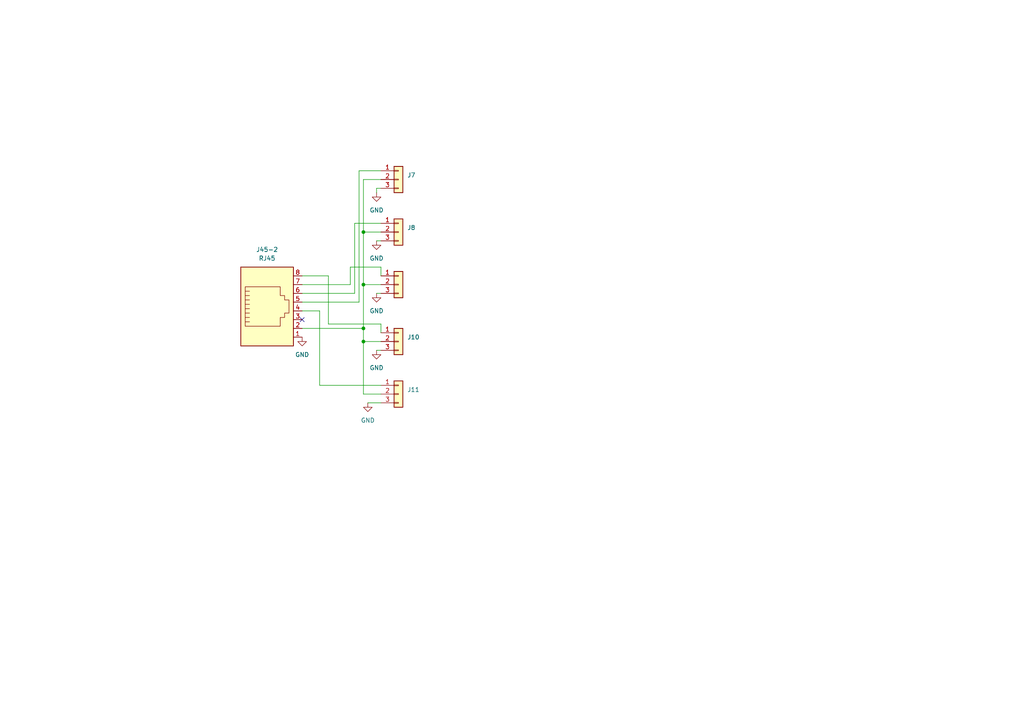
<source format=kicad_sch>
(kicad_sch
	(version 20231120)
	(generator "eeschema")
	(generator_version "8.0")
	(uuid "d772f626-7c6c-4d13-a159-56170858b2ad")
	(paper "A4")
	(lib_symbols
		(symbol "Connector:RJ45"
			(pin_names
				(offset 1.016)
			)
			(exclude_from_sim no)
			(in_bom yes)
			(on_board yes)
			(property "Reference" "J"
				(at -5.08 13.97 0)
				(effects
					(font
						(size 1.27 1.27)
					)
					(justify right)
				)
			)
			(property "Value" "RJ45"
				(at 2.54 13.97 0)
				(effects
					(font
						(size 1.27 1.27)
					)
					(justify left)
				)
			)
			(property "Footprint" ""
				(at 0 0.635 90)
				(effects
					(font
						(size 1.27 1.27)
					)
					(hide yes)
				)
			)
			(property "Datasheet" "~"
				(at 0 0.635 90)
				(effects
					(font
						(size 1.27 1.27)
					)
					(hide yes)
				)
			)
			(property "Description" "RJ connector, 8P8C (8 positions 8 connected)"
				(at 0 0 0)
				(effects
					(font
						(size 1.27 1.27)
					)
					(hide yes)
				)
			)
			(property "ki_keywords" "8P8C RJ socket connector"
				(at 0 0 0)
				(effects
					(font
						(size 1.27 1.27)
					)
					(hide yes)
				)
			)
			(property "ki_fp_filters" "8P8C* RJ31* RJ32* RJ33* RJ34* RJ35* RJ41* RJ45* RJ49* RJ61*"
				(at 0 0 0)
				(effects
					(font
						(size 1.27 1.27)
					)
					(hide yes)
				)
			)
			(symbol "RJ45_0_1"
				(polyline
					(pts
						(xy -5.08 4.445) (xy -6.35 4.445)
					)
					(stroke
						(width 0)
						(type default)
					)
					(fill
						(type none)
					)
				)
				(polyline
					(pts
						(xy -5.08 5.715) (xy -6.35 5.715)
					)
					(stroke
						(width 0)
						(type default)
					)
					(fill
						(type none)
					)
				)
				(polyline
					(pts
						(xy -6.35 -3.175) (xy -5.08 -3.175) (xy -5.08 -3.175)
					)
					(stroke
						(width 0)
						(type default)
					)
					(fill
						(type none)
					)
				)
				(polyline
					(pts
						(xy -6.35 -1.905) (xy -5.08 -1.905) (xy -5.08 -1.905)
					)
					(stroke
						(width 0)
						(type default)
					)
					(fill
						(type none)
					)
				)
				(polyline
					(pts
						(xy -6.35 -0.635) (xy -5.08 -0.635) (xy -5.08 -0.635)
					)
					(stroke
						(width 0)
						(type default)
					)
					(fill
						(type none)
					)
				)
				(polyline
					(pts
						(xy -6.35 0.635) (xy -5.08 0.635) (xy -5.08 0.635)
					)
					(stroke
						(width 0)
						(type default)
					)
					(fill
						(type none)
					)
				)
				(polyline
					(pts
						(xy -6.35 1.905) (xy -5.08 1.905) (xy -5.08 1.905)
					)
					(stroke
						(width 0)
						(type default)
					)
					(fill
						(type none)
					)
				)
				(polyline
					(pts
						(xy -5.08 3.175) (xy -6.35 3.175) (xy -6.35 3.175)
					)
					(stroke
						(width 0)
						(type default)
					)
					(fill
						(type none)
					)
				)
				(polyline
					(pts
						(xy -6.35 -4.445) (xy -6.35 6.985) (xy 3.81 6.985) (xy 3.81 4.445) (xy 5.08 4.445) (xy 5.08 3.175)
						(xy 6.35 3.175) (xy 6.35 -0.635) (xy 5.08 -0.635) (xy 5.08 -1.905) (xy 3.81 -1.905) (xy 3.81 -4.445)
						(xy -6.35 -4.445) (xy -6.35 -4.445)
					)
					(stroke
						(width 0)
						(type default)
					)
					(fill
						(type none)
					)
				)
				(rectangle
					(start 7.62 12.7)
					(end -7.62 -10.16)
					(stroke
						(width 0.254)
						(type default)
					)
					(fill
						(type background)
					)
				)
			)
			(symbol "RJ45_1_1"
				(pin passive line
					(at 10.16 -7.62 180)
					(length 2.54)
					(name "~"
						(effects
							(font
								(size 1.27 1.27)
							)
						)
					)
					(number "1"
						(effects
							(font
								(size 1.27 1.27)
							)
						)
					)
				)
				(pin passive line
					(at 10.16 -5.08 180)
					(length 2.54)
					(name "~"
						(effects
							(font
								(size 1.27 1.27)
							)
						)
					)
					(number "2"
						(effects
							(font
								(size 1.27 1.27)
							)
						)
					)
				)
				(pin passive line
					(at 10.16 -2.54 180)
					(length 2.54)
					(name "~"
						(effects
							(font
								(size 1.27 1.27)
							)
						)
					)
					(number "3"
						(effects
							(font
								(size 1.27 1.27)
							)
						)
					)
				)
				(pin passive line
					(at 10.16 0 180)
					(length 2.54)
					(name "~"
						(effects
							(font
								(size 1.27 1.27)
							)
						)
					)
					(number "4"
						(effects
							(font
								(size 1.27 1.27)
							)
						)
					)
				)
				(pin passive line
					(at 10.16 2.54 180)
					(length 2.54)
					(name "~"
						(effects
							(font
								(size 1.27 1.27)
							)
						)
					)
					(number "5"
						(effects
							(font
								(size 1.27 1.27)
							)
						)
					)
				)
				(pin passive line
					(at 10.16 5.08 180)
					(length 2.54)
					(name "~"
						(effects
							(font
								(size 1.27 1.27)
							)
						)
					)
					(number "6"
						(effects
							(font
								(size 1.27 1.27)
							)
						)
					)
				)
				(pin passive line
					(at 10.16 7.62 180)
					(length 2.54)
					(name "~"
						(effects
							(font
								(size 1.27 1.27)
							)
						)
					)
					(number "7"
						(effects
							(font
								(size 1.27 1.27)
							)
						)
					)
				)
				(pin passive line
					(at 10.16 10.16 180)
					(length 2.54)
					(name "~"
						(effects
							(font
								(size 1.27 1.27)
							)
						)
					)
					(number "8"
						(effects
							(font
								(size 1.27 1.27)
							)
						)
					)
				)
			)
		)
		(symbol "Connector_Generic:Conn_01x03"
			(pin_names
				(offset 1.016) hide)
			(exclude_from_sim no)
			(in_bom yes)
			(on_board yes)
			(property "Reference" "J2"
				(at 2.54 1.27 0)
				(effects
					(font
						(size 1.27 1.27)
					)
					(justify left)
				)
			)
			(property "Value" "Conn_01x03"
				(at 2.54 -1.27 0)
				(effects
					(font
						(size 1.27 1.27)
					)
					(justify left)
				)
			)
			(property "Footprint" "Connector_PinHeader_1.00mm:PinHeader_1x03_P1.00mm_Vertical"
				(at 0 0 0)
				(effects
					(font
						(size 1.27 1.27)
					)
					(hide yes)
				)
			)
			(property "Datasheet" "~"
				(at 0 0 0)
				(effects
					(font
						(size 1.27 1.27)
					)
					(hide yes)
				)
			)
			(property "Description" "Generic connector, single row, 01x03, script generated (kicad-library-utils/schlib/autogen/connector/)"
				(at 0 0 0)
				(effects
					(font
						(size 1.27 1.27)
					)
					(hide yes)
				)
			)
			(property "ki_keywords" "connector"
				(at 0 0 0)
				(effects
					(font
						(size 1.27 1.27)
					)
					(hide yes)
				)
			)
			(property "ki_fp_filters" "Connector*:*_1x??_*"
				(at 0 0 0)
				(effects
					(font
						(size 1.27 1.27)
					)
					(hide yes)
				)
			)
			(symbol "Conn_01x03_1_1"
				(rectangle
					(start -1.27 -2.413)
					(end 0 -2.667)
					(stroke
						(width 0.1524)
						(type default)
					)
					(fill
						(type none)
					)
				)
				(rectangle
					(start -1.27 0.127)
					(end 0 -0.127)
					(stroke
						(width 0.1524)
						(type default)
					)
					(fill
						(type none)
					)
				)
				(rectangle
					(start -1.27 2.667)
					(end 0 2.413)
					(stroke
						(width 0.1524)
						(type default)
					)
					(fill
						(type none)
					)
				)
				(rectangle
					(start -1.27 3.81)
					(end 1.27 -3.81)
					(stroke
						(width 0.254)
						(type default)
					)
					(fill
						(type background)
					)
				)
				(pin passive line
					(at -5.08 2.54 0)
					(length 3.81)
					(name "PWM"
						(effects
							(font
								(size 1.27 1.27)
							)
						)
					)
					(number "1"
						(effects
							(font
								(size 1.27 1.27)
							)
						)
					)
				)
				(pin passive line
					(at -5.08 0 0)
					(length 3.81)
					(name "V+"
						(effects
							(font
								(size 1.27 1.27)
							)
						)
					)
					(number "2"
						(effects
							(font
								(size 1.27 1.27)
							)
						)
					)
				)
				(pin passive line
					(at -5.08 -2.54 0)
					(length 3.81)
					(name "GND"
						(effects
							(font
								(size 1.27 1.27)
							)
						)
					)
					(number "3"
						(effects
							(font
								(size 1.27 1.27)
							)
						)
					)
				)
			)
		)
		(symbol "power:GND"
			(power)
			(pin_names
				(offset 0)
			)
			(exclude_from_sim no)
			(in_bom yes)
			(on_board yes)
			(property "Reference" "#PWR"
				(at 0 -6.35 0)
				(effects
					(font
						(size 1.27 1.27)
					)
					(hide yes)
				)
			)
			(property "Value" "GND"
				(at 0 -3.81 0)
				(effects
					(font
						(size 1.27 1.27)
					)
				)
			)
			(property "Footprint" ""
				(at 0 0 0)
				(effects
					(font
						(size 1.27 1.27)
					)
					(hide yes)
				)
			)
			(property "Datasheet" ""
				(at 0 0 0)
				(effects
					(font
						(size 1.27 1.27)
					)
					(hide yes)
				)
			)
			(property "Description" "Power symbol creates a global label with name \"GND\" , ground"
				(at 0 0 0)
				(effects
					(font
						(size 1.27 1.27)
					)
					(hide yes)
				)
			)
			(property "ki_keywords" "global power"
				(at 0 0 0)
				(effects
					(font
						(size 1.27 1.27)
					)
					(hide yes)
				)
			)
			(symbol "GND_0_1"
				(polyline
					(pts
						(xy 0 0) (xy 0 -1.27) (xy 1.27 -1.27) (xy 0 -2.54) (xy -1.27 -1.27) (xy 0 -1.27)
					)
					(stroke
						(width 0)
						(type default)
					)
					(fill
						(type none)
					)
				)
			)
			(symbol "GND_1_1"
				(pin power_in line
					(at 0 0 270)
					(length 0) hide
					(name "GND"
						(effects
							(font
								(size 1.27 1.27)
							)
						)
					)
					(number "1"
						(effects
							(font
								(size 1.27 1.27)
							)
						)
					)
				)
			)
		)
	)
	(junction
		(at 105.41 95.25)
		(diameter 0)
		(color 0 0 0 0)
		(uuid "34671460-e229-4801-a696-e169b02956be")
	)
	(junction
		(at 105.41 99.06)
		(diameter 0)
		(color 0 0 0 0)
		(uuid "444c8dca-d3bb-44e4-9844-6127856efb48")
	)
	(junction
		(at 105.41 82.55)
		(diameter 0)
		(color 0 0 0 0)
		(uuid "81049f7d-316c-488d-8f50-95ba5fad2de6")
	)
	(junction
		(at 105.41 67.31)
		(diameter 0)
		(color 0 0 0 0)
		(uuid "cdf367af-9e4c-425f-a5f0-8d823d7ab918")
	)
	(no_connect
		(at 87.63 92.71)
		(uuid "b073e3c7-7165-465d-8ebe-3cdc9729fa5a")
	)
	(wire
		(pts
			(xy 109.22 69.85) (xy 110.49 69.85)
		)
		(stroke
			(width 0)
			(type default)
		)
		(uuid "13bfacda-2e77-4bef-94fd-31a004df5997")
	)
	(wire
		(pts
			(xy 110.49 80.01) (xy 110.49 77.47)
		)
		(stroke
			(width 0)
			(type default)
		)
		(uuid "1fb5cd9b-3526-4da7-b76f-7199ada10969")
	)
	(wire
		(pts
			(xy 105.41 52.07) (xy 105.41 67.31)
		)
		(stroke
			(width 0)
			(type default)
		)
		(uuid "205b8bc3-a39f-42a0-91a0-f8f73152cc7a")
	)
	(wire
		(pts
			(xy 109.22 101.6) (xy 110.49 101.6)
		)
		(stroke
			(width 0)
			(type default)
		)
		(uuid "26411735-b7ed-4888-94d9-48add491a35d")
	)
	(wire
		(pts
			(xy 92.71 90.17) (xy 87.63 90.17)
		)
		(stroke
			(width 0)
			(type default)
		)
		(uuid "29ca3780-0d44-4af5-b49a-b0fb953b92d5")
	)
	(wire
		(pts
			(xy 110.49 64.77) (xy 102.87 64.77)
		)
		(stroke
			(width 0)
			(type default)
		)
		(uuid "2a38a2ca-56e6-4dfa-8f44-f0fd7cb6c075")
	)
	(wire
		(pts
			(xy 105.41 82.55) (xy 110.49 82.55)
		)
		(stroke
			(width 0)
			(type default)
		)
		(uuid "43c4792a-a295-49d2-bcca-43a1311f6532")
	)
	(wire
		(pts
			(xy 104.14 49.53) (xy 104.14 87.63)
		)
		(stroke
			(width 0)
			(type default)
		)
		(uuid "46477f05-e0df-4a1c-bba2-06159efdc645")
	)
	(wire
		(pts
			(xy 110.49 49.53) (xy 104.14 49.53)
		)
		(stroke
			(width 0)
			(type default)
		)
		(uuid "4831d1eb-b941-43ef-9cfc-1ca97c31ca53")
	)
	(wire
		(pts
			(xy 106.68 116.84) (xy 110.49 116.84)
		)
		(stroke
			(width 0)
			(type default)
		)
		(uuid "58229109-f8ca-4e37-b104-12c4bd97732f")
	)
	(wire
		(pts
			(xy 105.41 95.25) (xy 105.41 99.06)
		)
		(stroke
			(width 0)
			(type default)
		)
		(uuid "72166d2a-92ec-4aed-8ed9-881087100942")
	)
	(wire
		(pts
			(xy 92.71 111.76) (xy 92.71 90.17)
		)
		(stroke
			(width 0)
			(type default)
		)
		(uuid "753eeacd-b281-41b4-9432-47aaef5f1d32")
	)
	(wire
		(pts
			(xy 95.25 80.01) (xy 87.63 80.01)
		)
		(stroke
			(width 0)
			(type default)
		)
		(uuid "755ff990-8553-488f-bf58-02231ea10423")
	)
	(wire
		(pts
			(xy 105.41 67.31) (xy 110.49 67.31)
		)
		(stroke
			(width 0)
			(type default)
		)
		(uuid "76756519-a498-4ba5-b48d-f7f354cd8e62")
	)
	(wire
		(pts
			(xy 105.41 82.55) (xy 105.41 95.25)
		)
		(stroke
			(width 0)
			(type default)
		)
		(uuid "77d6a487-272c-40b9-b3f2-b079d7505042")
	)
	(wire
		(pts
			(xy 101.6 82.55) (xy 87.63 82.55)
		)
		(stroke
			(width 0)
			(type default)
		)
		(uuid "7e8e30b2-7ccd-44b4-b521-2accf8c418f9")
	)
	(wire
		(pts
			(xy 110.49 77.47) (xy 101.6 77.47)
		)
		(stroke
			(width 0)
			(type default)
		)
		(uuid "8424841f-b174-4d6a-95ac-955035fc9f0d")
	)
	(wire
		(pts
			(xy 110.49 52.07) (xy 105.41 52.07)
		)
		(stroke
			(width 0)
			(type default)
		)
		(uuid "9ee7eeca-9edc-4903-832e-232d24e91ffa")
	)
	(wire
		(pts
			(xy 105.41 99.06) (xy 105.41 114.3)
		)
		(stroke
			(width 0)
			(type default)
		)
		(uuid "a19d7c31-e760-48e9-b647-3f7b2465443e")
	)
	(wire
		(pts
			(xy 105.41 99.06) (xy 110.49 99.06)
		)
		(stroke
			(width 0)
			(type default)
		)
		(uuid "a349c43e-9751-4422-8b21-5239386f9294")
	)
	(wire
		(pts
			(xy 109.22 55.88) (xy 109.22 54.61)
		)
		(stroke
			(width 0)
			(type default)
		)
		(uuid "b0f53d02-1406-475c-b06b-42fcdbb1a972")
	)
	(wire
		(pts
			(xy 109.22 85.09) (xy 110.49 85.09)
		)
		(stroke
			(width 0)
			(type default)
		)
		(uuid "b2baac1b-d554-42a1-910c-b34ec1391422")
	)
	(wire
		(pts
			(xy 109.22 54.61) (xy 110.49 54.61)
		)
		(stroke
			(width 0)
			(type default)
		)
		(uuid "ba349e2e-26f5-4729-9a87-1a9d84226a0f")
	)
	(wire
		(pts
			(xy 104.14 87.63) (xy 87.63 87.63)
		)
		(stroke
			(width 0)
			(type default)
		)
		(uuid "ba847d60-8926-4050-b8de-855640b3d634")
	)
	(wire
		(pts
			(xy 102.87 64.77) (xy 102.87 85.09)
		)
		(stroke
			(width 0)
			(type default)
		)
		(uuid "c2136db7-f564-47f3-9b74-c332698010b0")
	)
	(wire
		(pts
			(xy 105.41 114.3) (xy 110.49 114.3)
		)
		(stroke
			(width 0)
			(type default)
		)
		(uuid "c47c1669-9f0c-4538-834c-9290fe2504aa")
	)
	(wire
		(pts
			(xy 87.63 95.25) (xy 105.41 95.25)
		)
		(stroke
			(width 0)
			(type default)
		)
		(uuid "cbb2f51e-85c8-4dd4-8180-85c75c5e554b")
	)
	(wire
		(pts
			(xy 110.49 93.98) (xy 95.25 93.98)
		)
		(stroke
			(width 0)
			(type default)
		)
		(uuid "d39b55f6-a9ec-405a-ab28-9a9615fb69d2")
	)
	(wire
		(pts
			(xy 110.49 96.52) (xy 110.49 93.98)
		)
		(stroke
			(width 0)
			(type default)
		)
		(uuid "e2a40d42-0568-4589-8974-bbc93ad847fb")
	)
	(wire
		(pts
			(xy 110.49 111.76) (xy 92.71 111.76)
		)
		(stroke
			(width 0)
			(type default)
		)
		(uuid "e5fa6098-1e6d-4de4-a3e5-58bb1bb74663")
	)
	(wire
		(pts
			(xy 105.41 67.31) (xy 105.41 82.55)
		)
		(stroke
			(width 0)
			(type default)
		)
		(uuid "e9fce073-8648-4b8e-88ce-8de641aea3d0")
	)
	(wire
		(pts
			(xy 101.6 77.47) (xy 101.6 82.55)
		)
		(stroke
			(width 0)
			(type default)
		)
		(uuid "f3f93720-db28-4330-8be4-6ed4bf2ac8f1")
	)
	(wire
		(pts
			(xy 95.25 93.98) (xy 95.25 80.01)
		)
		(stroke
			(width 0)
			(type default)
		)
		(uuid "fb585451-cafd-4835-8fdf-03d3aa5f3bf7")
	)
	(wire
		(pts
			(xy 102.87 85.09) (xy 87.63 85.09)
		)
		(stroke
			(width 0)
			(type default)
		)
		(uuid "fce57677-1ecf-49d6-9406-0afa21a42fe1")
	)
	(symbol
		(lib_id "Connector_Generic:Conn_01x03")
		(at 115.57 82.55 0)
		(unit 1)
		(exclude_from_sim no)
		(in_bom yes)
		(on_board yes)
		(dnp no)
		(fields_autoplaced yes)
		(uuid "25d22d13-36d5-405a-8e6f-8167b323046e")
		(property "Reference" "J3"
			(at 118.11 81.28 0)
			(effects
				(font
					(size 1.27 1.27)
				)
				(justify left)
				(hide yes)
			)
		)
		(property "Value" "Conn_01x03"
			(at 118.11 83.82 0)
			(effects
				(font
					(size 1.27 1.27)
				)
				(justify left)
				(hide yes)
			)
		)
		(property "Footprint" "Connector_PinHeader_1.00mm:PinHeader_1x03_P1.00mm_Vertical"
			(at 115.57 82.55 0)
			(effects
				(font
					(size 1.27 1.27)
				)
				(hide yes)
			)
		)
		(property "Datasheet" "~"
			(at 115.57 82.55 0)
			(effects
				(font
					(size 1.27 1.27)
				)
				(hide yes)
			)
		)
		(property "Description" ""
			(at 115.57 82.55 0)
			(effects
				(font
					(size 1.27 1.27)
				)
				(hide yes)
			)
		)
		(pin "1"
			(uuid "3f763883-2f34-4a65-bd45-59f9a723d9b7")
		)
		(pin "2"
			(uuid "b0dfc585-053b-4359-b6b1-ee0d82fba930")
		)
		(pin "3"
			(uuid "b5821ab1-bc79-4fd3-ad89-1a8b71044693")
		)
		(instances
			(project "breakout_copies"
				(path "/328281a9-5d25-4148-8427-fa4c83b39e53"
					(reference "J3")
					(unit 1)
				)
			)
			(project "RJ45_breakout"
				(path "/d772f626-7c6c-4d13-a159-56170858b2ad"
					(reference "J9")
					(unit 1)
				)
			)
			(project "shield pcb"
				(path "/f7beb79e-fea7-4f0b-8867-5900bbc7894e"
					(reference "J21")
					(unit 1)
				)
			)
		)
	)
	(symbol
		(lib_id "power:GND")
		(at 87.63 97.79 0)
		(unit 1)
		(exclude_from_sim no)
		(in_bom yes)
		(on_board yes)
		(dnp no)
		(fields_autoplaced yes)
		(uuid "541e8f81-b297-4f6c-812a-9a15dd0749df")
		(property "Reference" "#PWR01"
			(at 87.63 104.14 0)
			(effects
				(font
					(size 1.27 1.27)
				)
				(hide yes)
			)
		)
		(property "Value" "GND"
			(at 87.63 102.87 0)
			(effects
				(font
					(size 1.27 1.27)
				)
			)
		)
		(property "Footprint" ""
			(at 87.63 97.79 0)
			(effects
				(font
					(size 1.27 1.27)
				)
				(hide yes)
			)
		)
		(property "Datasheet" ""
			(at 87.63 97.79 0)
			(effects
				(font
					(size 1.27 1.27)
				)
				(hide yes)
			)
		)
		(property "Description" ""
			(at 87.63 97.79 0)
			(effects
				(font
					(size 1.27 1.27)
				)
				(hide yes)
			)
		)
		(pin "1"
			(uuid "e1e153b8-fd0e-49c4-b6b1-2135980c3072")
		)
		(instances
			(project "breakout_copies"
				(path "/328281a9-5d25-4148-8427-fa4c83b39e53"
					(reference "#PWR01")
					(unit 1)
				)
			)
			(project "RJ45_breakout"
				(path "/d772f626-7c6c-4d13-a159-56170858b2ad"
					(reference "#PWR08")
					(unit 1)
				)
			)
		)
	)
	(symbol
		(lib_id "power:GND")
		(at 109.22 69.85 0)
		(unit 1)
		(exclude_from_sim no)
		(in_bom yes)
		(on_board yes)
		(dnp no)
		(fields_autoplaced yes)
		(uuid "57445955-5466-4cb2-b416-22ada4b726b3")
		(property "Reference" "#PWR03"
			(at 109.22 76.2 0)
			(effects
				(font
					(size 1.27 1.27)
				)
				(hide yes)
			)
		)
		(property "Value" "GND"
			(at 109.22 74.93 0)
			(effects
				(font
					(size 1.27 1.27)
				)
			)
		)
		(property "Footprint" ""
			(at 109.22 69.85 0)
			(effects
				(font
					(size 1.27 1.27)
				)
				(hide yes)
			)
		)
		(property "Datasheet" ""
			(at 109.22 69.85 0)
			(effects
				(font
					(size 1.27 1.27)
				)
				(hide yes)
			)
		)
		(property "Description" ""
			(at 109.22 69.85 0)
			(effects
				(font
					(size 1.27 1.27)
				)
				(hide yes)
			)
		)
		(pin "1"
			(uuid "2f9d433a-2836-4222-a52c-78d25b682e7e")
		)
		(instances
			(project "breakout_copies"
				(path "/328281a9-5d25-4148-8427-fa4c83b39e53"
					(reference "#PWR03")
					(unit 1)
				)
			)
			(project "RJ45_breakout"
				(path "/d772f626-7c6c-4d13-a159-56170858b2ad"
					(reference "#PWR011")
					(unit 1)
				)
			)
			(project "shield pcb"
				(path "/f7beb79e-fea7-4f0b-8867-5900bbc7894e"
					(reference "#PWR022")
					(unit 1)
				)
			)
		)
	)
	(symbol
		(lib_id "power:GND")
		(at 106.68 116.84 0)
		(unit 1)
		(exclude_from_sim no)
		(in_bom yes)
		(on_board yes)
		(dnp no)
		(fields_autoplaced yes)
		(uuid "604c8ba1-b041-4649-a21f-5fc29e8fe3be")
		(property "Reference" "#PWR06"
			(at 106.68 123.19 0)
			(effects
				(font
					(size 1.27 1.27)
				)
				(hide yes)
			)
		)
		(property "Value" "GND"
			(at 106.68 121.92 0)
			(effects
				(font
					(size 1.27 1.27)
				)
			)
		)
		(property "Footprint" ""
			(at 106.68 116.84 0)
			(effects
				(font
					(size 1.27 1.27)
				)
				(hide yes)
			)
		)
		(property "Datasheet" ""
			(at 106.68 116.84 0)
			(effects
				(font
					(size 1.27 1.27)
				)
				(hide yes)
			)
		)
		(property "Description" ""
			(at 106.68 116.84 0)
			(effects
				(font
					(size 1.27 1.27)
				)
				(hide yes)
			)
		)
		(pin "1"
			(uuid "19a84570-7081-4f9a-86f5-85f2ae8aff8f")
		)
		(instances
			(project "breakout_copies"
				(path "/328281a9-5d25-4148-8427-fa4c83b39e53"
					(reference "#PWR06")
					(unit 1)
				)
			)
			(project "RJ45_breakout"
				(path "/d772f626-7c6c-4d13-a159-56170858b2ad"
					(reference "#PWR09")
					(unit 1)
				)
			)
			(project "shield pcb"
				(path "/f7beb79e-fea7-4f0b-8867-5900bbc7894e"
					(reference "#PWR021")
					(unit 1)
				)
			)
		)
	)
	(symbol
		(lib_id "Connector_Generic:Conn_01x03")
		(at 115.57 114.3 0)
		(unit 1)
		(exclude_from_sim no)
		(in_bom yes)
		(on_board yes)
		(dnp no)
		(fields_autoplaced yes)
		(uuid "6ef4fa69-14c4-4e0d-adad-9a53a293e54a")
		(property "Reference" "J5"
			(at 118.11 113.03 0)
			(effects
				(font
					(size 1.27 1.27)
				)
				(justify left)
			)
		)
		(property "Value" "Conn_01x03"
			(at 118.11 115.57 0)
			(effects
				(font
					(size 1.27 1.27)
				)
				(justify left)
				(hide yes)
			)
		)
		(property "Footprint" "Connector_PinHeader_1.00mm:PinHeader_1x03_P1.00mm_Vertical"
			(at 115.57 114.3 0)
			(effects
				(font
					(size 1.27 1.27)
				)
				(hide yes)
			)
		)
		(property "Datasheet" "~"
			(at 115.57 114.3 0)
			(effects
				(font
					(size 1.27 1.27)
				)
				(hide yes)
			)
		)
		(property "Description" ""
			(at 115.57 114.3 0)
			(effects
				(font
					(size 1.27 1.27)
				)
				(hide yes)
			)
		)
		(pin "1"
			(uuid "ea624235-955f-40ff-8ed4-1fef2e4fcf48")
		)
		(pin "2"
			(uuid "58a53936-f54d-4da6-ac08-7b5ba23b7683")
		)
		(pin "3"
			(uuid "eff9825a-741c-41db-ac2a-b1086d208423")
		)
		(instances
			(project "breakout_copies"
				(path "/328281a9-5d25-4148-8427-fa4c83b39e53"
					(reference "J5")
					(unit 1)
				)
			)
			(project "RJ45_breakout"
				(path "/d772f626-7c6c-4d13-a159-56170858b2ad"
					(reference "J11")
					(unit 1)
				)
			)
			(project "shield pcb"
				(path "/f7beb79e-fea7-4f0b-8867-5900bbc7894e"
					(reference "J20")
					(unit 1)
				)
			)
		)
	)
	(symbol
		(lib_id "Connector_Generic:Conn_01x03")
		(at 115.57 67.31 0)
		(unit 1)
		(exclude_from_sim no)
		(in_bom yes)
		(on_board yes)
		(dnp no)
		(fields_autoplaced yes)
		(uuid "7054bae0-d288-41f1-af4e-9c0d3f9ddc33")
		(property "Reference" "J2"
			(at 118.11 66.04 0)
			(effects
				(font
					(size 1.27 1.27)
				)
				(justify left)
			)
		)
		(property "Value" "Conn_01x03"
			(at 118.11 68.58 0)
			(effects
				(font
					(size 1.27 1.27)
				)
				(justify left)
				(hide yes)
			)
		)
		(property "Footprint" "Connector_PinHeader_1.00mm:PinHeader_1x03_P1.00mm_Vertical"
			(at 115.57 67.31 0)
			(effects
				(font
					(size 1.27 1.27)
				)
				(hide yes)
			)
		)
		(property "Datasheet" "~"
			(at 115.57 67.31 0)
			(effects
				(font
					(size 1.27 1.27)
				)
				(hide yes)
			)
		)
		(property "Description" ""
			(at 115.57 67.31 0)
			(effects
				(font
					(size 1.27 1.27)
				)
				(hide yes)
			)
		)
		(pin "1"
			(uuid "3f7bab90-f715-4c25-96f0-bdfa91e883fd")
		)
		(pin "2"
			(uuid "b9b7ca54-763e-40df-8749-f0999740091c")
		)
		(pin "3"
			(uuid "4358c557-4c8d-4fc6-805e-706715fa852f")
		)
		(instances
			(project "breakout_copies"
				(path "/328281a9-5d25-4148-8427-fa4c83b39e53"
					(reference "J2")
					(unit 1)
				)
			)
			(project "RJ45_breakout"
				(path "/d772f626-7c6c-4d13-a159-56170858b2ad"
					(reference "J8")
					(unit 1)
				)
			)
			(project "shield pcb"
				(path "/f7beb79e-fea7-4f0b-8867-5900bbc7894e"
					(reference "J19")
					(unit 1)
				)
			)
		)
	)
	(symbol
		(lib_id "power:GND")
		(at 109.22 85.09 0)
		(unit 1)
		(exclude_from_sim no)
		(in_bom yes)
		(on_board yes)
		(dnp no)
		(fields_autoplaced yes)
		(uuid "b7c76d68-05ea-4e64-93b9-58dcbd4f57f1")
		(property "Reference" "#PWR04"
			(at 109.22 91.44 0)
			(effects
				(font
					(size 1.27 1.27)
				)
				(hide yes)
			)
		)
		(property "Value" "GND"
			(at 109.22 90.17 0)
			(effects
				(font
					(size 1.27 1.27)
				)
			)
		)
		(property "Footprint" ""
			(at 109.22 85.09 0)
			(effects
				(font
					(size 1.27 1.27)
				)
				(hide yes)
			)
		)
		(property "Datasheet" ""
			(at 109.22 85.09 0)
			(effects
				(font
					(size 1.27 1.27)
				)
				(hide yes)
			)
		)
		(property "Description" ""
			(at 109.22 85.09 0)
			(effects
				(font
					(size 1.27 1.27)
				)
				(hide yes)
			)
		)
		(pin "1"
			(uuid "83f3b695-31bd-4e01-820e-8c2142d949fa")
		)
		(instances
			(project "breakout_copies"
				(path "/328281a9-5d25-4148-8427-fa4c83b39e53"
					(reference "#PWR04")
					(unit 1)
				)
			)
			(project "RJ45_breakout"
				(path "/d772f626-7c6c-4d13-a159-56170858b2ad"
					(reference "#PWR012")
					(unit 1)
				)
			)
			(project "shield pcb"
				(path "/f7beb79e-fea7-4f0b-8867-5900bbc7894e"
					(reference "#PWR019")
					(unit 1)
				)
			)
		)
	)
	(symbol
		(lib_id "Connector_Generic:Conn_01x03")
		(at 115.57 52.07 0)
		(unit 1)
		(exclude_from_sim no)
		(in_bom yes)
		(on_board yes)
		(dnp no)
		(fields_autoplaced yes)
		(uuid "c279af14-90cf-4916-a16f-9301d45d16c8")
		(property "Reference" "J1"
			(at 118.11 50.8 0)
			(effects
				(font
					(size 1.27 1.27)
				)
				(justify left)
			)
		)
		(property "Value" "Conn_01x03"
			(at 118.11 53.34 0)
			(effects
				(font
					(size 1.27 1.27)
				)
				(justify left)
				(hide yes)
			)
		)
		(property "Footprint" "Connector_PinHeader_1.00mm:PinHeader_1x03_P1.00mm_Vertical"
			(at 115.57 52.07 0)
			(effects
				(font
					(size 1.27 1.27)
				)
				(hide yes)
			)
		)
		(property "Datasheet" "~"
			(at 115.57 52.07 0)
			(effects
				(font
					(size 1.27 1.27)
				)
				(hide yes)
			)
		)
		(property "Description" ""
			(at 115.57 52.07 0)
			(effects
				(font
					(size 1.27 1.27)
				)
				(hide yes)
			)
		)
		(pin "1"
			(uuid "97fd166d-bfaf-402f-a77f-2507fc5932d6")
		)
		(pin "2"
			(uuid "5247df80-9b7c-451c-8917-26e485c5f96c")
		)
		(pin "3"
			(uuid "f71c9d60-15c7-4d18-84b0-056933de7e4e")
		)
		(instances
			(project "breakout_copies"
				(path "/328281a9-5d25-4148-8427-fa4c83b39e53"
					(reference "J1")
					(unit 1)
				)
			)
			(project "RJ45_breakout"
				(path "/d772f626-7c6c-4d13-a159-56170858b2ad"
					(reference "J7")
					(unit 1)
				)
			)
			(project "shield pcb"
				(path "/f7beb79e-fea7-4f0b-8867-5900bbc7894e"
					(reference "J17")
					(unit 1)
				)
			)
		)
	)
	(symbol
		(lib_id "Connector:RJ45")
		(at 77.47 90.17 0)
		(unit 1)
		(exclude_from_sim no)
		(in_bom yes)
		(on_board yes)
		(dnp no)
		(fields_autoplaced yes)
		(uuid "c66f3abb-0750-412b-91b3-bcc62d886383")
		(property "Reference" "J45-1"
			(at 77.47 72.39 0)
			(effects
				(font
					(size 1.27 1.27)
				)
			)
		)
		(property "Value" "RJ45"
			(at 77.47 74.93 0)
			(effects
				(font
					(size 1.27 1.27)
				)
			)
		)
		(property "Footprint" "Connector_RJ:RJ45_Amphenol_54602-x08_Horizontal"
			(at 77.47 89.535 90)
			(effects
				(font
					(size 1.27 1.27)
				)
				(hide yes)
			)
		)
		(property "Datasheet" "~"
			(at 77.47 89.535 90)
			(effects
				(font
					(size 1.27 1.27)
				)
				(hide yes)
			)
		)
		(property "Description" ""
			(at 77.47 90.17 0)
			(effects
				(font
					(size 1.27 1.27)
				)
				(hide yes)
			)
		)
		(pin "1"
			(uuid "ea2251d0-3644-4528-b778-d8742119c474")
		)
		(pin "2"
			(uuid "8639701f-7c9f-45a5-b720-815ad8f6f0d7")
		)
		(pin "3"
			(uuid "a275256c-fb7a-44c8-9d04-e2d46c89086e")
		)
		(pin "4"
			(uuid "76a27f95-ad8c-43ab-b7ea-d97744f2bcd0")
		)
		(pin "5"
			(uuid "f14e761d-b2c5-415d-bdc6-0e6d10b19a14")
		)
		(pin "6"
			(uuid "fe2effc7-ac26-4f5d-9efa-65f823526009")
		)
		(pin "7"
			(uuid "c33412aa-8cf6-4589-9f88-259c81a37f24")
		)
		(pin "8"
			(uuid "484cd678-cb13-4f72-8d93-311c5c645da0")
		)
		(instances
			(project "breakout_copies"
				(path "/328281a9-5d25-4148-8427-fa4c83b39e53"
					(reference "J45-1")
					(unit 1)
				)
			)
			(project "RJ45_breakout"
				(path "/d772f626-7c6c-4d13-a159-56170858b2ad"
					(reference "J45-2")
					(unit 1)
				)
			)
			(project "shield pcb"
				(path "/f7beb79e-fea7-4f0b-8867-5900bbc7894e"
					(reference "J45-4")
					(unit 1)
				)
			)
		)
	)
	(symbol
		(lib_id "Connector_Generic:Conn_01x03")
		(at 115.57 99.06 0)
		(unit 1)
		(exclude_from_sim no)
		(in_bom yes)
		(on_board yes)
		(dnp no)
		(fields_autoplaced yes)
		(uuid "d76285e7-fe63-48b5-92fe-de6fb4bdb1d5")
		(property "Reference" "J4"
			(at 118.11 97.79 0)
			(effects
				(font
					(size 1.27 1.27)
				)
				(justify left)
			)
		)
		(property "Value" "Conn_01x03"
			(at 118.11 100.33 0)
			(effects
				(font
					(size 1.27 1.27)
				)
				(justify left)
				(hide yes)
			)
		)
		(property "Footprint" "Connector_PinHeader_1.00mm:PinHeader_1x03_P1.00mm_Vertical"
			(at 115.57 99.06 0)
			(effects
				(font
					(size 1.27 1.27)
				)
				(hide yes)
			)
		)
		(property "Datasheet" "~"
			(at 115.57 99.06 0)
			(effects
				(font
					(size 1.27 1.27)
				)
				(hide yes)
			)
		)
		(property "Description" ""
			(at 115.57 99.06 0)
			(effects
				(font
					(size 1.27 1.27)
				)
				(hide yes)
			)
		)
		(pin "1"
			(uuid "9210bcca-b3da-4f75-996f-a6ea737ed65b")
		)
		(pin "2"
			(uuid "ea7dfbcd-8c41-4695-abc4-72910f075906")
		)
		(pin "3"
			(uuid "505ccf33-5321-484b-9ab8-6cb2f724b819")
		)
		(instances
			(project "breakout_copies"
				(path "/328281a9-5d25-4148-8427-fa4c83b39e53"
					(reference "J4")
					(unit 1)
				)
			)
			(project "RJ45_breakout"
				(path "/d772f626-7c6c-4d13-a159-56170858b2ad"
					(reference "J10")
					(unit 1)
				)
			)
			(project "shield pcb"
				(path "/f7beb79e-fea7-4f0b-8867-5900bbc7894e"
					(reference "J18")
					(unit 1)
				)
			)
		)
	)
	(symbol
		(lib_id "power:GND")
		(at 109.22 55.88 0)
		(unit 1)
		(exclude_from_sim no)
		(in_bom yes)
		(on_board yes)
		(dnp no)
		(fields_autoplaced yes)
		(uuid "dedf6b03-9232-455c-b2c0-6a702264557a")
		(property "Reference" "#PWR02"
			(at 109.22 62.23 0)
			(effects
				(font
					(size 1.27 1.27)
				)
				(hide yes)
			)
		)
		(property "Value" "GND"
			(at 109.22 60.96 0)
			(effects
				(font
					(size 1.27 1.27)
				)
			)
		)
		(property "Footprint" ""
			(at 109.22 55.88 0)
			(effects
				(font
					(size 1.27 1.27)
				)
				(hide yes)
			)
		)
		(property "Datasheet" ""
			(at 109.22 55.88 0)
			(effects
				(font
					(size 1.27 1.27)
				)
				(hide yes)
			)
		)
		(property "Description" ""
			(at 109.22 55.88 0)
			(effects
				(font
					(size 1.27 1.27)
				)
				(hide yes)
			)
		)
		(pin "1"
			(uuid "b0a40dd8-9e5e-4551-bc0b-fecd2cd2af1e")
		)
		(instances
			(project "breakout_copies"
				(path "/328281a9-5d25-4148-8427-fa4c83b39e53"
					(reference "#PWR02")
					(unit 1)
				)
			)
			(project "RJ45_breakout"
				(path "/d772f626-7c6c-4d13-a159-56170858b2ad"
					(reference "#PWR010")
					(unit 1)
				)
			)
		)
	)
	(symbol
		(lib_id "power:GND")
		(at 109.22 101.6 0)
		(unit 1)
		(exclude_from_sim no)
		(in_bom yes)
		(on_board yes)
		(dnp no)
		(fields_autoplaced yes)
		(uuid "f6f9c5b8-d92d-4bf5-9e0a-022084b470c0")
		(property "Reference" "#PWR05"
			(at 109.22 107.95 0)
			(effects
				(font
					(size 1.27 1.27)
				)
				(hide yes)
			)
		)
		(property "Value" "GND"
			(at 109.22 106.68 0)
			(effects
				(font
					(size 1.27 1.27)
				)
			)
		)
		(property "Footprint" ""
			(at 109.22 101.6 0)
			(effects
				(font
					(size 1.27 1.27)
				)
				(hide yes)
			)
		)
		(property "Datasheet" ""
			(at 109.22 101.6 0)
			(effects
				(font
					(size 1.27 1.27)
				)
				(hide yes)
			)
		)
		(property "Description" ""
			(at 109.22 101.6 0)
			(effects
				(font
					(size 1.27 1.27)
				)
				(hide yes)
			)
		)
		(pin "1"
			(uuid "b8140305-ff70-49df-bd8b-5e5ee9e95998")
		)
		(instances
			(project "breakout_copies"
				(path "/328281a9-5d25-4148-8427-fa4c83b39e53"
					(reference "#PWR05")
					(unit 1)
				)
			)
			(project "RJ45_breakout"
				(path "/d772f626-7c6c-4d13-a159-56170858b2ad"
					(reference "#PWR013")
					(unit 1)
				)
			)
			(project "shield pcb"
				(path "/f7beb79e-fea7-4f0b-8867-5900bbc7894e"
					(reference "#PWR024")
					(unit 1)
				)
			)
		)
	)
	(sheet_instances
		(path "/"
			(page "1")
		)
	)
)

</source>
